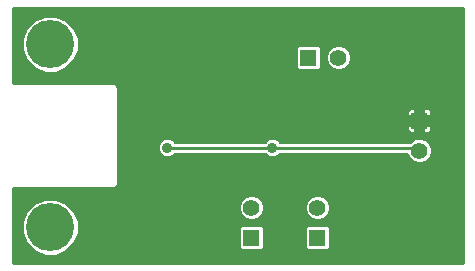
<source format=gbl>
G04 (created by PCBNEW (2013-06-11 BZR 4021)-stable) date Wed 19 Feb 2014 03:26:36 AM CST*
%MOIN*%
G04 Gerber Fmt 3.4, Leading zero omitted, Abs format*
%FSLAX34Y34*%
G01*
G70*
G90*
G04 APERTURE LIST*
%ADD10C,0.00590551*%
%ADD11R,0.055X0.055*%
%ADD12C,0.055*%
%ADD13C,0.16*%
%ADD14C,0.035*%
%ADD15C,0.01*%
G04 APERTURE END LIST*
G54D10*
G54D11*
X73500Y-66400D03*
G54D12*
X73500Y-67400D03*
G54D11*
X67900Y-70300D03*
G54D12*
X67900Y-69300D03*
G54D11*
X69800Y-64300D03*
G54D12*
X70800Y-64300D03*
G54D11*
X70100Y-70300D03*
G54D12*
X70100Y-69300D03*
G54D13*
X61200Y-69950D03*
X61200Y-63850D03*
X74050Y-63550D03*
X74050Y-70250D03*
G54D14*
X68600Y-67300D03*
X65100Y-67300D03*
X71700Y-68950D03*
X70850Y-70800D03*
X69050Y-65200D03*
X64900Y-68050D03*
X66100Y-68650D03*
X66100Y-68050D03*
X65500Y-68050D03*
G54D15*
X68600Y-67300D02*
X69800Y-67300D01*
X69800Y-67300D02*
X73500Y-67300D01*
X65100Y-67300D02*
X68600Y-67300D01*
X65500Y-68050D02*
X64900Y-68050D01*
X65500Y-68050D02*
X66100Y-68050D01*
G54D10*
G36*
X74950Y-71150D02*
X73925Y-71150D01*
X73925Y-67315D01*
X73905Y-67267D01*
X73905Y-66700D01*
X73905Y-66099D01*
X73885Y-66051D01*
X73848Y-66014D01*
X73800Y-65995D01*
X73749Y-65994D01*
X73670Y-65995D01*
X73637Y-66027D01*
X73637Y-66262D01*
X73872Y-66262D01*
X73905Y-66230D01*
X73905Y-66099D01*
X73905Y-66700D01*
X73905Y-66570D01*
X73872Y-66537D01*
X73637Y-66537D01*
X73637Y-66772D01*
X73670Y-66805D01*
X73749Y-66805D01*
X73800Y-66804D01*
X73848Y-66785D01*
X73885Y-66748D01*
X73905Y-66700D01*
X73905Y-67267D01*
X73860Y-67159D01*
X73741Y-67039D01*
X73584Y-66975D01*
X73415Y-66974D01*
X73362Y-66996D01*
X73362Y-66772D01*
X73362Y-66537D01*
X73362Y-66262D01*
X73362Y-66027D01*
X73330Y-65995D01*
X73250Y-65994D01*
X73199Y-65995D01*
X73151Y-66014D01*
X73114Y-66051D01*
X73094Y-66099D01*
X73095Y-66230D01*
X73127Y-66262D01*
X73362Y-66262D01*
X73362Y-66537D01*
X73127Y-66537D01*
X73095Y-66570D01*
X73094Y-66700D01*
X73114Y-66748D01*
X73151Y-66785D01*
X73199Y-66804D01*
X73250Y-66805D01*
X73330Y-66805D01*
X73362Y-66772D01*
X73362Y-66996D01*
X73259Y-67039D01*
X73198Y-67100D01*
X71225Y-67100D01*
X71225Y-64215D01*
X71160Y-64059D01*
X71041Y-63939D01*
X70884Y-63875D01*
X70715Y-63874D01*
X70559Y-63939D01*
X70439Y-64058D01*
X70375Y-64215D01*
X70374Y-64384D01*
X70439Y-64540D01*
X70558Y-64660D01*
X70715Y-64724D01*
X70884Y-64725D01*
X71040Y-64660D01*
X71160Y-64541D01*
X71224Y-64384D01*
X71225Y-64215D01*
X71225Y-67100D01*
X70225Y-67100D01*
X70225Y-64545D01*
X70225Y-63995D01*
X70202Y-63940D01*
X70160Y-63897D01*
X70104Y-63875D01*
X70045Y-63874D01*
X69495Y-63874D01*
X69440Y-63897D01*
X69397Y-63939D01*
X69375Y-63995D01*
X69374Y-64054D01*
X69374Y-64604D01*
X69397Y-64659D01*
X69439Y-64702D01*
X69495Y-64724D01*
X69554Y-64725D01*
X70104Y-64725D01*
X70159Y-64702D01*
X70202Y-64660D01*
X70224Y-64604D01*
X70225Y-64545D01*
X70225Y-67100D01*
X69800Y-67100D01*
X68859Y-67100D01*
X68784Y-67024D01*
X68664Y-66975D01*
X68535Y-66974D01*
X68416Y-67024D01*
X68340Y-67100D01*
X65359Y-67100D01*
X65284Y-67024D01*
X65164Y-66975D01*
X65035Y-66974D01*
X64916Y-67024D01*
X64824Y-67115D01*
X64775Y-67235D01*
X64774Y-67364D01*
X64824Y-67483D01*
X64915Y-67575D01*
X65035Y-67624D01*
X65164Y-67625D01*
X65283Y-67575D01*
X65359Y-67500D01*
X68340Y-67500D01*
X68415Y-67575D01*
X68535Y-67624D01*
X68664Y-67625D01*
X68783Y-67575D01*
X68859Y-67500D01*
X69800Y-67500D01*
X73081Y-67500D01*
X73139Y-67640D01*
X73258Y-67760D01*
X73415Y-67824D01*
X73584Y-67825D01*
X73740Y-67760D01*
X73860Y-67641D01*
X73924Y-67484D01*
X73925Y-67315D01*
X73925Y-71150D01*
X70525Y-71150D01*
X70525Y-69215D01*
X70460Y-69059D01*
X70341Y-68939D01*
X70184Y-68875D01*
X70015Y-68874D01*
X69859Y-68939D01*
X69739Y-69058D01*
X69675Y-69215D01*
X69674Y-69384D01*
X69739Y-69540D01*
X69858Y-69660D01*
X70015Y-69724D01*
X70184Y-69725D01*
X70340Y-69660D01*
X70460Y-69541D01*
X70524Y-69384D01*
X70525Y-69215D01*
X70525Y-71150D01*
X70525Y-71150D01*
X70525Y-70545D01*
X70525Y-69995D01*
X70502Y-69940D01*
X70460Y-69897D01*
X70404Y-69875D01*
X70345Y-69874D01*
X69795Y-69874D01*
X69740Y-69897D01*
X69697Y-69939D01*
X69675Y-69995D01*
X69674Y-70054D01*
X69674Y-70604D01*
X69697Y-70659D01*
X69739Y-70702D01*
X69795Y-70724D01*
X69854Y-70725D01*
X70404Y-70725D01*
X70459Y-70702D01*
X70502Y-70660D01*
X70524Y-70604D01*
X70525Y-70545D01*
X70525Y-71150D01*
X68325Y-71150D01*
X68325Y-69215D01*
X68260Y-69059D01*
X68141Y-68939D01*
X67984Y-68875D01*
X67815Y-68874D01*
X67659Y-68939D01*
X67539Y-69058D01*
X67475Y-69215D01*
X67474Y-69384D01*
X67539Y-69540D01*
X67658Y-69660D01*
X67815Y-69724D01*
X67984Y-69725D01*
X68140Y-69660D01*
X68260Y-69541D01*
X68324Y-69384D01*
X68325Y-69215D01*
X68325Y-71150D01*
X68325Y-71150D01*
X68325Y-70545D01*
X68325Y-69995D01*
X68302Y-69940D01*
X68260Y-69897D01*
X68204Y-69875D01*
X68145Y-69874D01*
X67595Y-69874D01*
X67540Y-69897D01*
X67497Y-69939D01*
X67475Y-69995D01*
X67474Y-70054D01*
X67474Y-70604D01*
X67497Y-70659D01*
X67539Y-70702D01*
X67595Y-70724D01*
X67654Y-70725D01*
X68204Y-70725D01*
X68259Y-70702D01*
X68302Y-70660D01*
X68324Y-70604D01*
X68325Y-70545D01*
X68325Y-71150D01*
X62150Y-71150D01*
X62150Y-69761D01*
X62005Y-69412D01*
X61738Y-69145D01*
X61389Y-69000D01*
X61011Y-68999D01*
X60662Y-69144D01*
X60395Y-69411D01*
X60250Y-69760D01*
X60249Y-70138D01*
X60394Y-70487D01*
X60661Y-70754D01*
X61010Y-70899D01*
X61388Y-70900D01*
X61737Y-70755D01*
X62004Y-70488D01*
X62149Y-70139D01*
X62150Y-69761D01*
X62150Y-71150D01*
X59950Y-71150D01*
X59950Y-68649D01*
X63300Y-68649D01*
X63357Y-68638D01*
X63405Y-68605D01*
X63438Y-68557D01*
X63449Y-68500D01*
X63449Y-65300D01*
X63438Y-65242D01*
X63405Y-65194D01*
X63357Y-65161D01*
X63300Y-65150D01*
X62150Y-65150D01*
X62150Y-63661D01*
X62005Y-63312D01*
X61738Y-63045D01*
X61389Y-62900D01*
X61011Y-62899D01*
X60662Y-63044D01*
X60395Y-63311D01*
X60250Y-63660D01*
X60249Y-64038D01*
X60394Y-64387D01*
X60661Y-64654D01*
X61010Y-64799D01*
X61388Y-64800D01*
X61737Y-64655D01*
X62004Y-64388D01*
X62149Y-64039D01*
X62150Y-63661D01*
X62150Y-65150D01*
X59950Y-65150D01*
X59950Y-62650D01*
X74950Y-62650D01*
X74950Y-71150D01*
X74950Y-71150D01*
G37*
G54D15*
X74950Y-71150D02*
X73925Y-71150D01*
X73925Y-67315D01*
X73905Y-67267D01*
X73905Y-66700D01*
X73905Y-66099D01*
X73885Y-66051D01*
X73848Y-66014D01*
X73800Y-65995D01*
X73749Y-65994D01*
X73670Y-65995D01*
X73637Y-66027D01*
X73637Y-66262D01*
X73872Y-66262D01*
X73905Y-66230D01*
X73905Y-66099D01*
X73905Y-66700D01*
X73905Y-66570D01*
X73872Y-66537D01*
X73637Y-66537D01*
X73637Y-66772D01*
X73670Y-66805D01*
X73749Y-66805D01*
X73800Y-66804D01*
X73848Y-66785D01*
X73885Y-66748D01*
X73905Y-66700D01*
X73905Y-67267D01*
X73860Y-67159D01*
X73741Y-67039D01*
X73584Y-66975D01*
X73415Y-66974D01*
X73362Y-66996D01*
X73362Y-66772D01*
X73362Y-66537D01*
X73362Y-66262D01*
X73362Y-66027D01*
X73330Y-65995D01*
X73250Y-65994D01*
X73199Y-65995D01*
X73151Y-66014D01*
X73114Y-66051D01*
X73094Y-66099D01*
X73095Y-66230D01*
X73127Y-66262D01*
X73362Y-66262D01*
X73362Y-66537D01*
X73127Y-66537D01*
X73095Y-66570D01*
X73094Y-66700D01*
X73114Y-66748D01*
X73151Y-66785D01*
X73199Y-66804D01*
X73250Y-66805D01*
X73330Y-66805D01*
X73362Y-66772D01*
X73362Y-66996D01*
X73259Y-67039D01*
X73198Y-67100D01*
X71225Y-67100D01*
X71225Y-64215D01*
X71160Y-64059D01*
X71041Y-63939D01*
X70884Y-63875D01*
X70715Y-63874D01*
X70559Y-63939D01*
X70439Y-64058D01*
X70375Y-64215D01*
X70374Y-64384D01*
X70439Y-64540D01*
X70558Y-64660D01*
X70715Y-64724D01*
X70884Y-64725D01*
X71040Y-64660D01*
X71160Y-64541D01*
X71224Y-64384D01*
X71225Y-64215D01*
X71225Y-67100D01*
X70225Y-67100D01*
X70225Y-64545D01*
X70225Y-63995D01*
X70202Y-63940D01*
X70160Y-63897D01*
X70104Y-63875D01*
X70045Y-63874D01*
X69495Y-63874D01*
X69440Y-63897D01*
X69397Y-63939D01*
X69375Y-63995D01*
X69374Y-64054D01*
X69374Y-64604D01*
X69397Y-64659D01*
X69439Y-64702D01*
X69495Y-64724D01*
X69554Y-64725D01*
X70104Y-64725D01*
X70159Y-64702D01*
X70202Y-64660D01*
X70224Y-64604D01*
X70225Y-64545D01*
X70225Y-67100D01*
X69800Y-67100D01*
X68859Y-67100D01*
X68784Y-67024D01*
X68664Y-66975D01*
X68535Y-66974D01*
X68416Y-67024D01*
X68340Y-67100D01*
X65359Y-67100D01*
X65284Y-67024D01*
X65164Y-66975D01*
X65035Y-66974D01*
X64916Y-67024D01*
X64824Y-67115D01*
X64775Y-67235D01*
X64774Y-67364D01*
X64824Y-67483D01*
X64915Y-67575D01*
X65035Y-67624D01*
X65164Y-67625D01*
X65283Y-67575D01*
X65359Y-67500D01*
X68340Y-67500D01*
X68415Y-67575D01*
X68535Y-67624D01*
X68664Y-67625D01*
X68783Y-67575D01*
X68859Y-67500D01*
X69800Y-67500D01*
X73081Y-67500D01*
X73139Y-67640D01*
X73258Y-67760D01*
X73415Y-67824D01*
X73584Y-67825D01*
X73740Y-67760D01*
X73860Y-67641D01*
X73924Y-67484D01*
X73925Y-67315D01*
X73925Y-71150D01*
X70525Y-71150D01*
X70525Y-69215D01*
X70460Y-69059D01*
X70341Y-68939D01*
X70184Y-68875D01*
X70015Y-68874D01*
X69859Y-68939D01*
X69739Y-69058D01*
X69675Y-69215D01*
X69674Y-69384D01*
X69739Y-69540D01*
X69858Y-69660D01*
X70015Y-69724D01*
X70184Y-69725D01*
X70340Y-69660D01*
X70460Y-69541D01*
X70524Y-69384D01*
X70525Y-69215D01*
X70525Y-71150D01*
X70525Y-71150D01*
X70525Y-70545D01*
X70525Y-69995D01*
X70502Y-69940D01*
X70460Y-69897D01*
X70404Y-69875D01*
X70345Y-69874D01*
X69795Y-69874D01*
X69740Y-69897D01*
X69697Y-69939D01*
X69675Y-69995D01*
X69674Y-70054D01*
X69674Y-70604D01*
X69697Y-70659D01*
X69739Y-70702D01*
X69795Y-70724D01*
X69854Y-70725D01*
X70404Y-70725D01*
X70459Y-70702D01*
X70502Y-70660D01*
X70524Y-70604D01*
X70525Y-70545D01*
X70525Y-71150D01*
X68325Y-71150D01*
X68325Y-69215D01*
X68260Y-69059D01*
X68141Y-68939D01*
X67984Y-68875D01*
X67815Y-68874D01*
X67659Y-68939D01*
X67539Y-69058D01*
X67475Y-69215D01*
X67474Y-69384D01*
X67539Y-69540D01*
X67658Y-69660D01*
X67815Y-69724D01*
X67984Y-69725D01*
X68140Y-69660D01*
X68260Y-69541D01*
X68324Y-69384D01*
X68325Y-69215D01*
X68325Y-71150D01*
X68325Y-71150D01*
X68325Y-70545D01*
X68325Y-69995D01*
X68302Y-69940D01*
X68260Y-69897D01*
X68204Y-69875D01*
X68145Y-69874D01*
X67595Y-69874D01*
X67540Y-69897D01*
X67497Y-69939D01*
X67475Y-69995D01*
X67474Y-70054D01*
X67474Y-70604D01*
X67497Y-70659D01*
X67539Y-70702D01*
X67595Y-70724D01*
X67654Y-70725D01*
X68204Y-70725D01*
X68259Y-70702D01*
X68302Y-70660D01*
X68324Y-70604D01*
X68325Y-70545D01*
X68325Y-71150D01*
X62150Y-71150D01*
X62150Y-69761D01*
X62005Y-69412D01*
X61738Y-69145D01*
X61389Y-69000D01*
X61011Y-68999D01*
X60662Y-69144D01*
X60395Y-69411D01*
X60250Y-69760D01*
X60249Y-70138D01*
X60394Y-70487D01*
X60661Y-70754D01*
X61010Y-70899D01*
X61388Y-70900D01*
X61737Y-70755D01*
X62004Y-70488D01*
X62149Y-70139D01*
X62150Y-69761D01*
X62150Y-71150D01*
X59950Y-71150D01*
X59950Y-68649D01*
X63300Y-68649D01*
X63357Y-68638D01*
X63405Y-68605D01*
X63438Y-68557D01*
X63449Y-68500D01*
X63449Y-65300D01*
X63438Y-65242D01*
X63405Y-65194D01*
X63357Y-65161D01*
X63300Y-65150D01*
X62150Y-65150D01*
X62150Y-63661D01*
X62005Y-63312D01*
X61738Y-63045D01*
X61389Y-62900D01*
X61011Y-62899D01*
X60662Y-63044D01*
X60395Y-63311D01*
X60250Y-63660D01*
X60249Y-64038D01*
X60394Y-64387D01*
X60661Y-64654D01*
X61010Y-64799D01*
X61388Y-64800D01*
X61737Y-64655D01*
X62004Y-64388D01*
X62149Y-64039D01*
X62150Y-63661D01*
X62150Y-65150D01*
X59950Y-65150D01*
X59950Y-62650D01*
X74950Y-62650D01*
X74950Y-71150D01*
M02*

</source>
